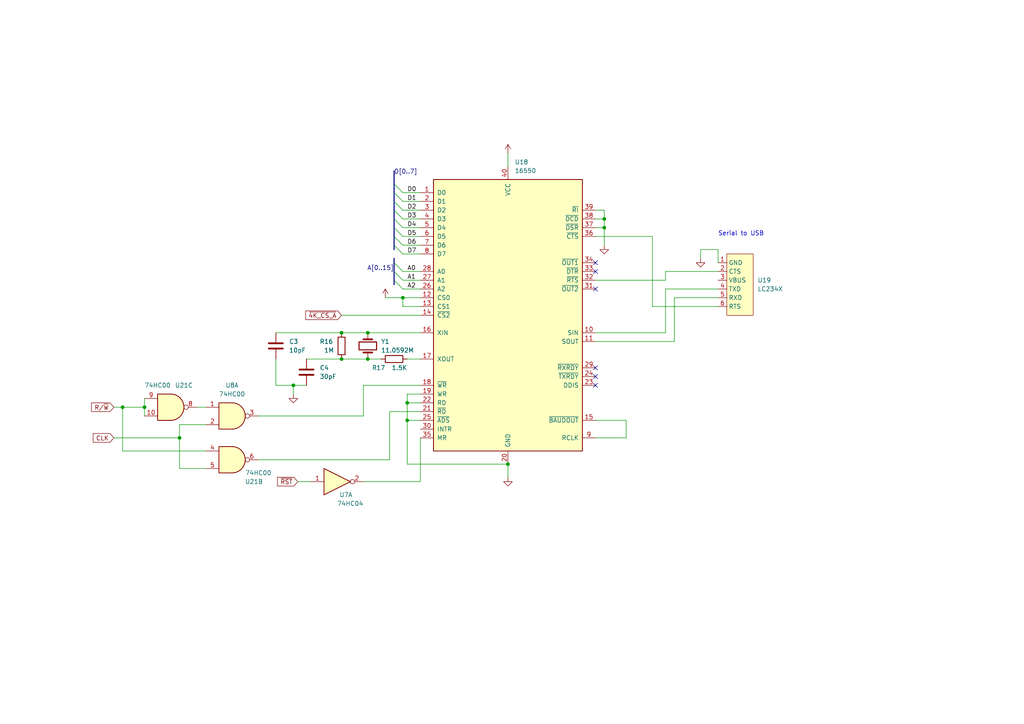
<source format=kicad_sch>
(kicad_sch (version 20230121) (generator eeschema)
  (paper "A4")
  (lib_symbols
    (symbol "74xx:74HC00" (pin_names (offset 1.016))
      (property "Reference" "U" (at 0 1.27 0))
      (property "Value" "74HC00" (at 0 -1.27 0))
      (symbol "74HC00_1_1"
        (arc (start 0 -3.81) (mid 3.7934 0) (end 0 3.81) (stroke (width 0.254)) (fill (type background)))
        (polyline (pts (xy 0 3.81) (xy -3.81 3.81) (xy -3.81 -3.81) (xy 0 -3.81)) (stroke (width 0.254)) (fill (type background)))
        (pin input line (at -7.62 2.54 0) (length 3.81) (name "~") (number "1"))
        (pin input line (at -7.62 -2.54 0) (length 3.81) (name "~") (number "2"))
        (pin output inverted (at 7.62 0 180) (length 3.81) (name "~") (number "3"))
      )
      (symbol "74HC00_1_2"
        (arc (start -3.81 -3.81) (mid -2.589 0) (end -3.81 3.81) (stroke (width 0.254)))
        (arc (start -0.6096 -3.81) (mid 2.1842 -2.5851) (end 3.81 0) (stroke (width 0.254)) (fill (type background)))
        (polyline (pts (xy -3.81 -3.81) (xy -0.635 -3.81)) (stroke (width 0.254)) (fill (type background)))
        (polyline (pts (xy -3.81 3.81) (xy -0.635 3.81)) (stroke (width 0.254)) (fill (type background)))
        (polyline (pts (xy -0.635 3.81) (xy -3.81 3.81) (xy -3.81 3.81) (xy -3.556 3.4036) (xy -3.0226 2.2606) (xy -2.6924 1.0414) (xy -2.6162 -0.254) (xy -2.7686 -1.4986) (xy -3.175 -2.7178) (xy -3.81 -3.81) (xy -3.81 -3.81) (xy -0.635 -3.81)) (stroke (width -25.4)) (fill (type background)))
        (arc (start 3.81 0) (mid 2.1915 2.5936) (end -0.6096 3.81) (stroke (width 0.254)) (fill (type background)))
        (pin input inverted (at -7.62 2.54 0) (length 4.318) (name "~") (number "1"))
        (pin input inverted (at -7.62 -2.54 0) (length 4.318) (name "~") (number "2"))
        (pin output line (at 7.62 0 180) (length 3.81) (name "~") (number "3"))
      )
      (symbol "74HC00_2_1"
        (arc (start 0 -3.81) (mid 3.7934 0) (end 0 3.81) (stroke (width 0.254)) (fill (type background)))
        (polyline (pts (xy 0 3.81) (xy -3.81 3.81) (xy -3.81 -3.81) (xy 0 -3.81)) (stroke (width 0.254)) (fill (type background)))
        (pin input line (at -7.62 2.54 0) (length 3.81) (name "~") (number "4"))
        (pin input line (at -7.62 -2.54 0) (length 3.81) (name "~") (number "5"))
        (pin output inverted (at 7.62 0 180) (length 3.81) (name "~") (number "6"))
      )
      (symbol "74HC00_2_2"
        (arc (start -3.81 -3.81) (mid -2.589 0) (end -3.81 3.81) (stroke (width 0.254)))
        (arc (start -0.6096 -3.81) (mid 2.1842 -2.5851) (end 3.81 0) (stroke (width 0.254)) (fill (type background)))
        (polyline (pts (xy -3.81 -3.81) (xy -0.635 -3.81)) (stroke (width 0.254)) (fill (type background)))
        (polyline (pts (xy -3.81 3.81) (xy -0.635 3.81)) (stroke (width 0.254)) (fill (type background)))
        (polyline (pts (xy -0.635 3.81) (xy -3.81 3.81) (xy -3.81 3.81) (xy -3.556 3.4036) (xy -3.0226 2.2606) (xy -2.6924 1.0414) (xy -2.6162 -0.254) (xy -2.7686 -1.4986) (xy -3.175 -2.7178) (xy -3.81 -3.81) (xy -3.81 -3.81) (xy -0.635 -3.81)) (stroke (width -25.4)) (fill (type background)))
        (arc (start 3.81 0) (mid 2.1915 2.5936) (end -0.6096 3.81) (stroke (width 0.254)) (fill (type background)))
        (pin input inverted (at -7.62 2.54 0) (length 4.318) (name "~") (number "4"))
        (pin input inverted (at -7.62 -2.54 0) (length 4.318) (name "~") (number "5"))
        (pin output line (at 7.62 0 180) (length 3.81) (name "~") (number "6"))
      )
      (symbol "74HC00_3_1"
        (arc (start 0 -3.81) (mid 3.7934 0) (end 0 3.81) (stroke (width 0.254)) (fill (type background)))
        (polyline (pts (xy 0 3.81) (xy -3.81 3.81) (xy -3.81 -3.81) (xy 0 -3.81)) (stroke (width 0.254)) (fill (type background)))
        (pin input line (at -7.62 -2.54 0) (length 3.81) (name "~") (number "10"))
        (pin output inverted (at 7.62 0 180) (length 3.81) (name "~") (number "8"))
        (pin input line (at -7.62 2.54 0) (length 3.81) (name "~") (number "9"))
      )
      (symbol "74HC00_3_2"
        (arc (start -3.81 -3.81) (mid -2.589 0) (end -3.81 3.81) (stroke (width 0.254)))
        (arc (start -0.6096 -3.81) (mid 2.1842 -2.5851) (end 3.81 0) (stroke (width 0.254)) (fill (type background)))
        (polyline (pts (xy -3.81 -3.81) (xy -0.635 -3.81)) (stroke (width 0.254)) (fill (type background)))
        (polyline (pts (xy -3.81 3.81) (xy -0.635 3.81)) (stroke (width 0.254)) (fill (type background)))
        (polyline (pts (xy -0.635 3.81) (xy -3.81 3.81) (xy -3.81 3.81) (xy -3.556 3.4036) (xy -3.0226 2.2606) (xy -2.6924 1.0414) (xy -2.6162 -0.254) (xy -2.7686 -1.4986) (xy -3.175 -2.7178) (xy -3.81 -3.81) (xy -3.81 -3.81) (xy -0.635 -3.81)) (stroke (width -25.4)) (fill (type background)))
        (arc (start 3.81 0) (mid 2.1915 2.5936) (end -0.6096 3.81) (stroke (width 0.254)) (fill (type background)))
        (pin input inverted (at -7.62 -2.54 0) (length 4.318) (name "~") (number "10"))
        (pin output line (at 7.62 0 180) (length 3.81) (name "~") (number "8"))
        (pin input inverted (at -7.62 2.54 0) (length 4.318) (name "~") (number "9"))
      )
      (symbol "74HC00_4_1"
        (arc (start 0 -3.81) (mid 3.7934 0) (end 0 3.81) (stroke (width 0.254)) (fill (type background)))
        (polyline (pts (xy 0 3.81) (xy -3.81 3.81) (xy -3.81 -3.81) (xy 0 -3.81)) (stroke (width 0.254)) (fill (type background)))
        (pin output inverted (at 7.62 0 180) (length 3.81) (name "~") (number "11"))
        (pin input line (at -7.62 2.54 0) (length 3.81) (name "~") (number "12"))
        (pin input line (at -7.62 -2.54 0) (length 3.81) (name "~") (number "13"))
      )
      (symbol "74HC00_4_2"
        (arc (start -3.81 -3.81) (mid -2.589 0) (end -3.81 3.81) (stroke (width 0.254)))
        (arc (start -0.6096 -3.81) (mid 2.1842 -2.5851) (end 3.81 0) (stroke (width 0.254)) (fill (type background)))
        (polyline (pts (xy -3.81 -3.81) (xy -0.635 -3.81)) (stroke (width 0.254)) (fill (type background)))
        (polyline (pts (xy -3.81 3.81) (xy -0.635 3.81)) (stroke (width 0.254)) (fill (type background)))
        (polyline (pts (xy -0.635 3.81) (xy -3.81 3.81) (xy -3.81 3.81) (xy -3.556 3.4036) (xy -3.0226 2.2606) (xy -2.6924 1.0414) (xy -2.6162 -0.254) (xy -2.7686 -1.4986) (xy -3.175 -2.7178) (xy -3.81 -3.81) (xy -3.81 -3.81) (xy -0.635 -3.81)) (stroke (width -25.4)) (fill (type background)))
        (arc (start 3.81 0) (mid 2.1915 2.5936) (end -0.6096 3.81) (stroke (width 0.254)) (fill (type background)))
        (pin output line (at 7.62 0 180) (length 3.81) (name "~") (number "11"))
        (pin input inverted (at -7.62 2.54 0) (length 4.318) (name "~") (number "12"))
        (pin input inverted (at -7.62 -2.54 0) (length 4.318) (name "~") (number "13"))
      )
      (symbol "74HC00_5_0"
        (pin power_in line (at 0 12.7 270) (length 5.08) (name "VCC") (number "14"))
        (pin power_in line (at 0 -12.7 90) (length 5.08) (name "GND") (number "7"))
      )
      (symbol "74HC00_5_1"
        (rectangle (start -5.08 7.62) (end 5.08 -7.62) (stroke (width 0.254)) (fill (type background)))
      )
    )
    (symbol "74xx:74HC04"
      (property "Reference" "U" (at 0 1.27 0))
      (property "Value" "74HC04" (at 0 -1.27 0))
      (symbol "74HC04_1_0"
        (polyline (pts (xy -3.81 3.81) (xy -3.81 -3.81) (xy 3.81 0) (xy -3.81 3.81)) (stroke (width 0.254)) (fill (type background)))
        (pin input line (at -7.62 0 0) (length 3.81) (name "~") (number "1"))
        (pin output inverted (at 7.62 0 180) (length 3.81) (name "~") (number "2"))
      )
      (symbol "74HC04_2_0"
        (polyline (pts (xy -3.81 3.81) (xy -3.81 -3.81) (xy 3.81 0) (xy -3.81 3.81)) (stroke (width 0.254)) (fill (type background)))
        (pin input line (at -7.62 0 0) (length 3.81) (name "~") (number "3"))
        (pin output inverted (at 7.62 0 180) (length 3.81) (name "~") (number "4"))
      )
      (symbol "74HC04_3_0"
        (polyline (pts (xy -3.81 3.81) (xy -3.81 -3.81) (xy 3.81 0) (xy -3.81 3.81)) (stroke (width 0.254)) (fill (type background)))
        (pin input line (at -7.62 0 0) (length 3.81) (name "~") (number "5"))
        (pin output inverted (at 7.62 0 180) (length 3.81) (name "~") (number "6"))
      )
      (symbol "74HC04_4_0"
        (polyline (pts (xy -3.81 3.81) (xy -3.81 -3.81) (xy 3.81 0) (xy -3.81 3.81)) (stroke (width 0.254)) (fill (type background)))
        (pin output inverted (at 7.62 0 180) (length 3.81) (name "~") (number "8"))
        (pin input line (at -7.62 0 0) (length 3.81) (name "~") (number "9"))
      )
      (symbol "74HC04_5_0"
        (polyline (pts (xy -3.81 3.81) (xy -3.81 -3.81) (xy 3.81 0) (xy -3.81 3.81)) (stroke (width 0.254)) (fill (type background)))
        (pin output inverted (at 7.62 0 180) (length 3.81) (name "~") (number "10"))
        (pin input line (at -7.62 0 0) (length 3.81) (name "~") (number "11"))
      )
      (symbol "74HC04_6_0"
        (polyline (pts (xy -3.81 3.81) (xy -3.81 -3.81) (xy 3.81 0) (xy -3.81 3.81)) (stroke (width 0.254)) (fill (type background)))
        (pin output inverted (at 7.62 0 180) (length 3.81) (name "~") (number "12"))
        (pin input line (at -7.62 0 0) (length 3.81) (name "~") (number "13"))
      )
      (symbol "74HC04_7_0"
        (pin power_in line (at 0 12.7 270) (length 5.08) (name "VCC") (number "14"))
        (pin power_in line (at 0 -12.7 90) (length 5.08) (name "GND") (number "7"))
      )
      (symbol "74HC04_7_1"
        (rectangle (start -5.08 7.62) (end 5.08 -7.62) (stroke (width 0.254)) (fill (type background)))
      )
    )
    (symbol "Device:C" (pin_numbers hide) (pin_names (offset 0.254))
      (property "Reference" "C" (at 0.635 2.54 0))
      (property "Value" "C" (at 0.635 -2.54 0))
      (symbol "C_0_1"
        (polyline (pts (xy -2.032 -0.762) (xy 2.032 -0.762)) (stroke (width 0.508)))
        (polyline (pts (xy -2.032 0.762) (xy 2.032 0.762)) (stroke (width 0.508)))
      )
      (symbol "C_1_1"
        (pin passive line (at 0 3.81 270) (length 2.794) (name "~") (number "1"))
        (pin passive line (at 0 -3.81 90) (length 2.794) (name "~") (number "2"))
      )
    )
    (symbol "Device:Crystal" (pin_numbers hide) (pin_names (offset 1.016) hide)
      (property "Reference" "Y" (at 0 3.81 0))
      (property "Value" "Crystal" (at 0 -3.81 0))
      (symbol "Crystal_0_1"
        (rectangle (start -1.143 2.54) (end 1.143 -2.54) (stroke (width 0.3048)))
        (polyline (pts (xy -2.54 0) (xy -1.905 0)))
        (polyline (pts (xy -1.905 -1.27) (xy -1.905 1.27)) (stroke (width 0.508)))
        (polyline (pts (xy 1.905 -1.27) (xy 1.905 1.27)) (stroke (width 0.508)))
        (polyline (pts (xy 2.54 0) (xy 1.905 0)))
      )
      (symbol "Crystal_1_1"
        (pin passive line (at -3.81 0 0) (length 1.27) (name "1") (number "1"))
        (pin passive line (at 3.81 0 180) (length 1.27) (name "2") (number "2"))
      )
    )
    (symbol "Device:R" (pin_numbers hide) (pin_names (offset 0))
      (property "Reference" "R" (at 2.032 0 90))
      (property "Value" "R" (at 0 0 90))
      (symbol "R_0_1"
        (rectangle (start -1.016 -2.54) (end 1.016 2.54) (stroke (width 0.254)))
      )
      (symbol "R_1_1"
        (pin passive line (at 0 3.81 270) (length 1.27) (name "~") (number "1"))
        (pin passive line (at 0 -3.81 90) (length 1.27) (name "~") (number "2"))
      )
    )
    (symbol "Interface_UART:16550" (pin_names (offset 1.016))
      (property "Reference" "U" (at -21.59 40.64 0))
      (property "Value" "16550" (at 15.24 40.64 0))
      (symbol "16550_0_1"
        (rectangle (start -21.59 -39.37) (end 21.59 39.37) (stroke (width 0.254)) (fill (type background)))
      )
      (symbol "16550_1_1"
        (pin bidirectional line (at -25.4 35.56 0) (length 3.81) (name "D0") (number "1"))
        (pin input line (at 25.4 -5.08 180) (length 3.81) (name "SIN") (number "10"))
        (pin output line (at 25.4 -7.62 180) (length 3.81) (name "SOUT") (number "11"))
        (pin input line (at -25.4 5.08 0) (length 3.81) (name "CS0") (number "12"))
        (pin input line (at -25.4 2.54 0) (length 3.81) (name "CS1") (number "13"))
        (pin input line (at -25.4 0 0) (length 3.81) (name "~{CS2}") (number "14"))
        (pin output line (at 25.4 -30.48 180) (length 3.81) (name "~{BAUDOUT}") (number "15"))
        (pin input line (at -25.4 -5.08 0) (length 3.81) (name "XIN") (number "16"))
        (pin output line (at -25.4 -12.7 0) (length 3.81) (name "XOUT") (number "17"))
        (pin input line (at -25.4 -20.32 0) (length 3.81) (name "~{WR}") (number "18"))
        (pin input line (at -25.4 -22.86 0) (length 3.81) (name "WR") (number "19"))
        (pin bidirectional line (at -25.4 33.02 0) (length 3.81) (name "D1") (number "2"))
        (pin power_in line (at 0 -43.18 90) (length 3.81) (name "GND") (number "20"))
        (pin input line (at -25.4 -27.94 0) (length 3.81) (name "~{RD}") (number "21"))
        (pin input line (at -25.4 -25.4 0) (length 3.81) (name "RD") (number "22"))
        (pin output line (at 25.4 -20.32 180) (length 3.81) (name "DDIS") (number "23"))
        (pin output line (at 25.4 -17.78 180) (length 3.81) (name "~{TXRDY}") (number "24"))
        (pin input line (at -25.4 -30.48 0) (length 3.81) (name "~{ADS}") (number "25"))
        (pin input line (at -25.4 7.62 0) (length 3.81) (name "A2") (number "26"))
        (pin input line (at -25.4 10.16 0) (length 3.81) (name "A1") (number "27"))
        (pin input line (at -25.4 12.7 0) (length 3.81) (name "A0") (number "28"))
        (pin output line (at 25.4 -15.24 180) (length 3.81) (name "~{RXRDY}") (number "29"))
        (pin bidirectional line (at -25.4 30.48 0) (length 3.81) (name "D2") (number "3"))
        (pin output line (at -25.4 -33.02 0) (length 3.81) (name "INTR") (number "30"))
        (pin output line (at 25.4 7.62 180) (length 3.81) (name "~{OUT2}") (number "31"))
        (pin output line (at 25.4 10.16 180) (length 3.81) (name "~{RTS}") (number "32"))
        (pin output line (at 25.4 12.7 180) (length 3.81) (name "~{DTR}") (number "33"))
        (pin output line (at 25.4 15.24 180) (length 3.81) (name "~{OUT1}") (number "34"))
        (pin input line (at -25.4 -35.56 0) (length 3.81) (name "MR") (number "35"))
        (pin input line (at 25.4 22.86 180) (length 3.81) (name "~{CTS}") (number "36"))
        (pin input line (at 25.4 25.4 180) (length 3.81) (name "~{DSR}") (number "37"))
        (pin input line (at 25.4 27.94 180) (length 3.81) (name "~{DCD}") (number "38"))
        (pin input line (at 25.4 30.48 180) (length 3.81) (name "~{RI}") (number "39"))
        (pin bidirectional line (at -25.4 27.94 0) (length 3.81) (name "D3") (number "4"))
        (pin power_in line (at 0 43.18 270) (length 3.81) (name "VCC") (number "40"))
        (pin bidirectional line (at -25.4 25.4 0) (length 3.81) (name "D4") (number "5"))
        (pin bidirectional line (at -25.4 22.86 0) (length 3.81) (name "D5") (number "6"))
        (pin bidirectional line (at -25.4 20.32 0) (length 3.81) (name "D6") (number "7"))
        (pin bidirectional line (at -25.4 17.78 0) (length 3.81) (name "D7") (number "8"))
        (pin input line (at 25.4 -35.56 180) (length 3.81) (name "RCLK") (number "9"))
      )
    )
    (symbol "UART_Modules:LC234X_FTDI_UART_USB"
      (property "Reference" "U" (at 0 3.81 0))
      (property "Value" "LC234X" (at 1.27 -16.51 0))
      (symbol "LC234X_FTDI_UART_USB_1_1"
        (rectangle (start -2.54 2.54) (end 5.08 -15.24) (fill (type background)))
        (pin power_in line (at -5.08 0 0) (length 2.54) (name "GND") (number "1"))
        (pin input line (at -5.08 -2.54 0) (length 2.54) (name "CTS") (number "2"))
        (pin power_out line (at -5.08 -5.08 0) (length 2.54) (name "VBUS") (number "3"))
        (pin output line (at -5.08 -7.62 0) (length 2.54) (name "TXD") (number "4"))
        (pin input line (at -5.08 -10.16 0) (length 2.54) (name "RXD") (number "5"))
        (pin output line (at -5.08 -12.7 0) (length 2.54) (name "RTS") (number "6"))
      )
    )
    (symbol "power:GND" (power) (pin_names (offset 0))
      (property "Value" "GND" (at 0 -3.81 0))
      (symbol "GND_0_1"
        (polyline (pts (xy 0 0) (xy 0 -1.27) (xy 1.27 -1.27) (xy 0 -2.54) (xy -1.27 -1.27) (xy 0 -1.27)))
      )
      (symbol "GND_1_1"
        (pin power_in line (at 0 0 270) (length 0) hide (name "GND") (number "1"))
      )
    )
    (symbol "power:VCC" (power) (pin_names (offset 0))
      (property "Value" "VCC" (at 0 3.81 0))
      (symbol "VCC_0_1"
        (polyline (pts (xy -0.762 1.27) (xy 0 2.54)))
        (polyline (pts (xy 0 0) (xy 0 2.54)))
        (polyline (pts (xy 0 2.54) (xy 0.762 1.27)))
      )
      (symbol "VCC_1_1"
        (pin power_in line (at 0 0 90) (length 0) hide (name "VCC") (number "1"))
      )
    )
  )
  (junction (at 99.06 96.52))
  (junction (at 35.56 118.11))
  (junction (at 118.11 121.92))
  (junction (at 118.11 116.84))
  (junction (at 85.09 111.76))
  (junction (at 41.91 118.11))
  (junction (at 106.68 104.14))
  (junction (at 175.26 63.5))
  (junction (at 147.32 134.62))
  (junction (at 116.84 86.36))
  (junction (at 175.26 66.04))
  (junction (at 99.06 104.14))
  (junction (at 106.68 96.52))
  (junction (at 52.07 127))
  (no_connect (at 172.72 109.22))
  (no_connect (at 172.72 78.74))
  (no_connect (at 172.72 83.82))
  (no_connect (at 172.72 106.68))
  (no_connect (at 172.72 111.76))
  (no_connect (at 172.72 76.2))
  (bus_entry (at 114.3 55.88) (size 2.54 2.54))
  (bus_entry (at 114.3 81.28) (size 2.54 2.54))
  (bus_entry (at 114.3 63.5) (size 2.54 2.54))
  (bus_entry (at 114.3 66.04) (size 2.54 2.54))
  (bus_entry (at 114.3 68.58) (size 2.54 2.54))
  (bus_entry (at 114.3 53.34) (size 2.54 2.54))
  (bus_entry (at 114.3 58.42) (size 2.54 2.54))
  (bus_entry (at 114.3 78.74) (size 2.54 2.54))
  (bus_entry (at 114.3 71.12) (size 2.54 2.54))
  (bus_entry (at 114.3 76.2) (size 2.54 2.54))
  (bus_entry (at 114.3 60.96) (size 2.54 2.54))
  (wire (pts (xy 116.84 55.88) (xy 121.92 55.88)))
  (wire (pts (xy 99.06 96.52) (xy 106.68 96.52)))
  (wire (pts (xy 195.58 86.36) (xy 208.28 86.36)))
  (wire (pts (xy 116.84 60.96) (xy 121.92 60.96)))
  (wire (pts (xy 203.2 72.39) (xy 203.2 74.93)))
  (wire (pts (xy 189.23 88.9) (xy 189.23 68.58)))
  (wire (pts (xy 193.04 83.82) (xy 208.28 83.82)))
  (wire (pts (xy 121.92 139.7) (xy 121.92 127)))
  (wire (pts (xy 80.01 96.52) (xy 99.06 96.52)))
  (wire (pts (xy 195.58 99.06) (xy 195.58 86.36)))
  (wire (pts (xy 121.92 88.9) (xy 116.84 88.9)))
  (wire (pts (xy 116.84 68.58) (xy 121.92 68.58)))
  (wire (pts (xy 99.06 91.44) (xy 121.92 91.44)))
  (wire (pts (xy 106.68 96.52) (xy 121.92 96.52)))
  (wire (pts (xy 116.84 78.74) (xy 121.92 78.74)))
  (wire (pts (xy 85.09 111.76) (xy 85.09 114.3)))
  (wire (pts (xy 193.04 81.28) (xy 193.04 78.74)))
  (wire (pts (xy 172.72 60.96) (xy 175.26 60.96)))
  (wire (pts (xy 193.04 96.52) (xy 193.04 83.82)))
  (wire (pts (xy 116.84 63.5) (xy 121.92 63.5)))
  (wire (pts (xy 118.11 116.84) (xy 121.92 116.84)))
  (wire (pts (xy 105.41 139.7) (xy 121.92 139.7)))
  (wire (pts (xy 105.41 120.65) (xy 105.41 111.76)))
  (wire (pts (xy 116.84 58.42) (xy 121.92 58.42)))
  (wire (pts (xy 175.26 63.5) (xy 175.26 66.04)))
  (bus (pts (xy 114.3 71.12) (xy 114.3 72.39)))
  (wire (pts (xy 52.07 127) (xy 52.07 135.89)))
  (wire (pts (xy 105.41 111.76) (xy 121.92 111.76)))
  (wire (pts (xy 172.72 96.52) (xy 193.04 96.52)))
  (wire (pts (xy 35.56 118.11) (xy 35.56 130.81)))
  (wire (pts (xy 113.03 119.38) (xy 121.92 119.38)))
  (wire (pts (xy 116.84 86.36) (xy 121.92 86.36)))
  (wire (pts (xy 52.07 135.89) (xy 59.69 135.89)))
  (wire (pts (xy 35.56 130.81) (xy 59.69 130.81)))
  (wire (pts (xy 175.26 60.96) (xy 175.26 63.5)))
  (bus (pts (xy 114.3 74.93) (xy 114.3 76.2)))
  (bus (pts (xy 114.3 66.04) (xy 114.3 68.58)))
  (wire (pts (xy 208.28 72.39) (xy 203.2 72.39)))
  (bus (pts (xy 114.3 63.5) (xy 114.3 66.04)))
  (wire (pts (xy 118.11 104.14) (xy 121.92 104.14)))
  (bus (pts (xy 114.3 68.58) (xy 114.3 71.12)))
  (bus (pts (xy 114.3 81.28) (xy 114.3 82.55)))
  (bus (pts (xy 114.3 60.96) (xy 114.3 63.5)))
  (wire (pts (xy 86.36 139.7) (xy 90.17 139.7)))
  (bus (pts (xy 114.3 55.88) (xy 114.3 58.42)))
  (wire (pts (xy 172.72 121.92) (xy 181.61 121.92)))
  (wire (pts (xy 52.07 123.19) (xy 59.69 123.19)))
  (wire (pts (xy 175.26 66.04) (xy 175.26 71.12)))
  (wire (pts (xy 74.93 120.65) (xy 105.41 120.65)))
  (wire (pts (xy 118.11 116.84) (xy 118.11 121.92)))
  (wire (pts (xy 116.84 81.28) (xy 121.92 81.28)))
  (bus (pts (xy 114.3 76.2) (xy 114.3 78.74)))
  (wire (pts (xy 116.84 73.66) (xy 121.92 73.66)))
  (wire (pts (xy 121.92 114.3) (xy 118.11 114.3)))
  (wire (pts (xy 172.72 99.06) (xy 195.58 99.06)))
  (wire (pts (xy 172.72 81.28) (xy 193.04 81.28)))
  (wire (pts (xy 52.07 127) (xy 52.07 123.19)))
  (wire (pts (xy 181.61 121.92) (xy 181.61 127)))
  (wire (pts (xy 193.04 78.74) (xy 208.28 78.74)))
  (wire (pts (xy 147.32 134.62) (xy 147.32 138.43)))
  (wire (pts (xy 116.84 88.9) (xy 116.84 86.36)))
  (wire (pts (xy 41.91 115.57) (xy 41.91 118.11)))
  (wire (pts (xy 118.11 114.3) (xy 118.11 116.84)))
  (wire (pts (xy 118.11 121.92) (xy 121.92 121.92)))
  (wire (pts (xy 118.11 134.62) (xy 147.32 134.62)))
  (wire (pts (xy 80.01 111.76) (xy 85.09 111.76)))
  (wire (pts (xy 172.72 66.04) (xy 175.26 66.04)))
  (wire (pts (xy 33.02 127) (xy 52.07 127)))
  (bus (pts (xy 114.3 53.34) (xy 114.3 55.88)))
  (wire (pts (xy 118.11 121.92) (xy 118.11 134.62)))
  (wire (pts (xy 189.23 68.58) (xy 172.72 68.58)))
  (wire (pts (xy 116.84 71.12) (xy 121.92 71.12)))
  (wire (pts (xy 35.56 118.11) (xy 41.91 118.11)))
  (wire (pts (xy 113.03 119.38) (xy 113.03 133.35)))
  (wire (pts (xy 208.28 88.9) (xy 189.23 88.9)))
  (wire (pts (xy 116.84 83.82) (xy 121.92 83.82)))
  (wire (pts (xy 116.84 86.36) (xy 111.76 86.36)))
  (wire (pts (xy 57.15 118.11) (xy 59.69 118.11)))
  (wire (pts (xy 88.9 111.76) (xy 85.09 111.76)))
  (wire (pts (xy 80.01 104.14) (xy 80.01 111.76)))
  (wire (pts (xy 41.91 118.11) (xy 41.91 120.65)))
  (wire (pts (xy 172.72 127) (xy 181.61 127)))
  (bus (pts (xy 114.3 58.42) (xy 114.3 60.96)))
  (bus (pts (xy 114.3 81.28) (xy 114.3 78.74)))
  (wire (pts (xy 208.28 76.2) (xy 208.28 72.39)))
  (wire (pts (xy 147.32 44.45) (xy 147.32 48.26)))
  (wire (pts (xy 172.72 63.5) (xy 175.26 63.5)))
  (wire (pts (xy 88.9 104.14) (xy 99.06 104.14)))
  (wire (pts (xy 106.68 104.14) (xy 110.49 104.14)))
  (wire (pts (xy 99.06 104.14) (xy 106.68 104.14)))
  (wire (pts (xy 74.93 133.35) (xy 113.03 133.35)))
  (bus (pts (xy 114.3 49.53) (xy 114.3 53.34)))
  (wire (pts (xy 116.84 66.04) (xy 121.92 66.04)))
  (wire (pts (xy 33.02 118.11) (xy 35.56 118.11)))
  (text "Serial to USB" (at 208.28 68.58 0) (effects (font (size 1.27 1.27)) (justify left bottom)))
  (label "A2" (at 118.11 83.82 0))
  (label "D2" (at 118.11 60.96 0))
  (label "D3" (at 118.11 63.5 0))
  (label "D6" (at 118.11 71.12 0))
  (label "A1" (at 118.11 81.28 0))
  (label "A[0..15]" (at 114.3 78.74 180))
  (label "D1" (at 118.11 58.42 0))
  (label "D0" (at 118.11 55.88 0))
  (label "D7" (at 118.11 73.66 0))
  (label "D[0..7]" (at 114.3 50.8 0))
  (label "A0" (at 118.11 78.74 0))
  (label "D4" (at 118.11 66.04 0))
  (label "D5" (at 118.11 68.58 0))
  (global_label "CLK" (shape input) (at 33.02 127 180) (property "Intersheetrefs" "${INTERSHEET_REFS}" (effects hide)))
  (global_label "~{4K_CS_A}" (shape input) (at 99.06 91.44 180) (property "Intersheetrefs" "${INTERSHEET_REFS}" (effects hide)))
  (global_label "~{RST}" (shape input) (at 86.36 139.7 180) (property "Intersheetrefs" "${INTERSHEET_REFS}" (effects hide)))
  (global_label "R{slash}~{W}" (shape input) (at 33.02 118.11 180) (property "Intersheetrefs" "${INTERSHEET_REFS}" (effects hide)))
  (symbol (lib_id "power:VCC") (at 111.76 86.36 0) (unit 1)
    (property "Reference" "#PWR032" (effects hide))
    (property "Value" "VCC" (effects hide))
  )
  (symbol (lib_id "74xx:74HC00") (at 67.31 120.65 0) (unit 1)
    (property "Reference" "U8" (at 67.3017 111.76 0))
    (property "Value" "74HC00" (at 67.3017 114.3 0))
    (property "Datasheet" "http://www.ti.com/lit/gpn/sn74hc00" (effects hide))
    (instances (project "apple-1" (path "" (reference "U8") (unit 1)) (path "" (reference "U21") (unit 1))))
  )
  (symbol (lib_id "power:GND") (at 85.09 114.3 0) (unit 1)
    (property "Reference" "#PWR031" (effects hide))
    (property "Value" "GND" (effects hide))
  )
  (symbol (lib_id "74xx:74HC00") (at 67.31 133.35 0) (unit 2)
    (property "Reference" "U21" (at 73.66 139.7 0))
    (property "Value" "74HC00" (at 74.93 137.16 0))
    (property "Datasheet" "http://www.ti.com/lit/gpn/sn74hc00" (effects hide))
  )
  (symbol (lib_id "power:GND") (at 147.32 138.43 0) (unit 1)
    (property "Reference" "#PWR029" (effects hide))
    (property "Value" "GND" (effects hide))
  )
  (symbol (lib_id "UART_Modules:LC234X_FTDI_UART_USB") (at 213.36 76.2 0) (unit 1)
    (property "Reference" "U19" (at 219.71 81.28 0) (effects (justify left)))
    (property "Value" "LC234X" (at 219.71 83.82 0) (effects (justify left)))
  )
  (symbol (lib_id "Device:R") (at 99.06 100.33 0) (unit 1)
    (property "Reference" "R16" (at 92.71 99.06 0) (effects (justify left)))
    (property "Value" "1M" (at 93.98 101.6 0) (effects (justify left)))
  )
  (symbol (lib_id "Device:C") (at 88.9 107.95 0) (unit 1)
    (property "Reference" "C4" (at 92.71 106.68 0) (effects (justify left)))
    (property "Value" "30pF" (at 92.71 109.22 0) (effects (justify left)))
  )
  (symbol (lib_id "74xx:74HC04") (at 97.79 139.7 0) (unit 1)
    (property "Reference" "U7" (at 100.33 143.51 0))
    (property "Value" "74HC04" (at 101.6 146.05 0))
    (property "Datasheet" "https://assets.nexperia.com/documents/data-sheet/74HC_HCT04.pdf" (effects hide))
  )
  (symbol (lib_id "Device:Crystal") (at 106.68 100.33 90) (unit 1)
    (property "Reference" "Y1" (at 110.49 99.06 90) (effects (justify right)))
    (property "Value" "11.0592M" (at 110.49 101.6 90) (effects (justify right)))
  )
  (symbol (lib_id "power:GND") (at 203.2 74.93 0) (unit 1)
    (property "Reference" "#PWR033" (effects hide))
    (property "Value" "GND" (effects hide))
  )
  (symbol (lib_id "power:GND") (at 175.26 71.12 0) (unit 1)
    (property "Reference" "#PWR034" (effects hide))
    (property "Value" "GND" (effects hide))
  )
  (symbol (lib_id "Interface_UART:16550") (at 147.32 91.44 0) (unit 1)
    (property "Reference" "U18" (at 149.2759 46.99 0) (effects (justify left)))
    (property "Value" "16550" (at 149.2759 49.53 0) (effects (justify left)))
    (property "Footprint" "Package_DIP:DIP-40_W15.24mm" (effects hide))
    (property "Datasheet" "http://www.ti.com/lit/ds/symlink/pc16550d.pdf" (effects hide))
  )
  (symbol (lib_id "74xx:74HC00") (at 49.53 118.11 0) (unit 3)
    (property "Reference" "U21" (at 53.34 111.76 0))
    (property "Value" "74HC00" (at 45.72 111.76 0))
    (property "Datasheet" "http://www.ti.com/lit/gpn/sn74hc00" (effects hide))
  )
  (symbol (lib_id "power:VCC") (at 147.32 44.45 0) (unit 1)
    (property "Reference" "#PWR028" (effects hide))
    (property "Value" "VCC" (effects hide))
  )
  (symbol (lib_id "Device:R") (at 114.3 104.14 90) (unit 1)
    (property "Reference" "R17" (at 111.76 106.68 90) (effects (justify left)))
    (property "Value" "1.5K" (at 118.11 106.68 90) (effects (justify left)))
  )
  (symbol (lib_id "Device:C") (at 80.01 100.33 0) (unit 1)
    (property "Reference" "C3" (at 83.82 99.06 0) (effects (justify left)))
    (property "Value" "10pF" (at 83.82 101.6 0) (effects (justify left)))
  )
)
</source>
